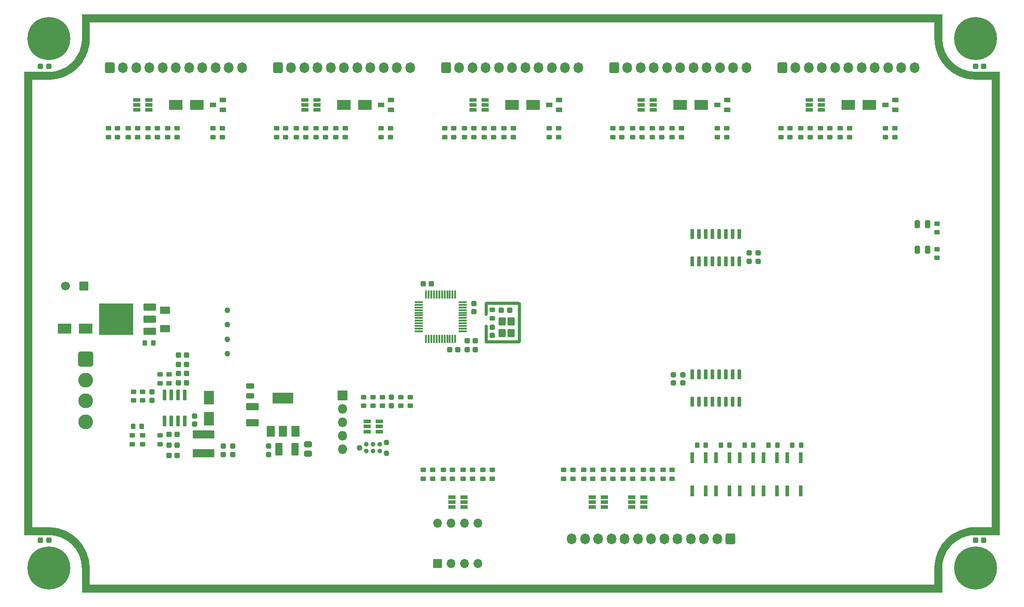
<source format=gbr>
%TF.GenerationSoftware,KiCad,Pcbnew,7.0.5-7.0.5~ubuntu22.04.1*%
%TF.CreationDate,2023-06-16T02:28:55+02:00*%
%TF.ProjectId,bd845-pwb,62643834-352d-4707-9762-2e6b69636164,1.0.0*%
%TF.SameCoordinates,Original*%
%TF.FileFunction,Soldermask,Top*%
%TF.FilePolarity,Negative*%
%FSLAX46Y46*%
G04 Gerber Fmt 4.6, Leading zero omitted, Abs format (unit mm)*
G04 Created by KiCad (PCBNEW 7.0.5-7.0.5~ubuntu22.04.1) date 2023-06-16 02:28:55*
%MOMM*%
%LPD*%
G01*
G04 APERTURE LIST*
G04 Aperture macros list*
%AMRoundRect*
0 Rectangle with rounded corners*
0 $1 Rounding radius*
0 $2 $3 $4 $5 $6 $7 $8 $9 X,Y pos of 4 corners*
0 Add a 4 corners polygon primitive as box body*
4,1,4,$2,$3,$4,$5,$6,$7,$8,$9,$2,$3,0*
0 Add four circle primitives for the rounded corners*
1,1,$1+$1,$2,$3*
1,1,$1+$1,$4,$5*
1,1,$1+$1,$6,$7*
1,1,$1+$1,$8,$9*
0 Add four rect primitives between the rounded corners*
20,1,$1+$1,$2,$3,$4,$5,0*
20,1,$1+$1,$4,$5,$6,$7,0*
20,1,$1+$1,$6,$7,$8,$9,0*
20,1,$1+$1,$8,$9,$2,$3,0*%
G04 Aperture macros list end*
%ADD10C,0.300000*%
%ADD11C,0.000000*%
%ADD12RoundRect,0.250000X-0.275000X0.200000X-0.275000X-0.200000X0.275000X-0.200000X0.275000X0.200000X0*%
%ADD13RoundRect,0.275000X0.250000X-0.225000X0.250000X0.225000X-0.250000X0.225000X-0.250000X-0.225000X0*%
%ADD14RoundRect,0.250000X0.275000X-0.200000X0.275000X0.200000X-0.275000X0.200000X-0.275000X-0.200000X0*%
%ADD15RoundRect,0.200000X0.512500X0.150000X-0.512500X0.150000X-0.512500X-0.150000X0.512500X-0.150000X0*%
%ADD16RoundRect,0.050000X-0.320000X1.000000X-0.320000X-1.000000X0.320000X-1.000000X0.320000X1.000000X0*%
%ADD17RoundRect,0.275000X-0.225000X-0.250000X0.225000X-0.250000X0.225000X0.250000X-0.225000X0.250000X0*%
%ADD18C,1.090600*%
%ADD19C,0.887400*%
%ADD20RoundRect,0.293750X-0.456250X0.243750X-0.456250X-0.243750X0.456250X-0.243750X0.456250X0.243750X0*%
%ADD21RoundRect,0.250000X0.200000X0.275000X-0.200000X0.275000X-0.200000X-0.275000X0.200000X-0.275000X0*%
%ADD22RoundRect,0.050000X0.800000X-0.800000X0.800000X0.800000X-0.800000X0.800000X-0.800000X-0.800000X0*%
%ADD23O,1.700000X1.700000*%
%ADD24C,1.000000*%
%ADD25C,8.100000*%
%ADD26RoundRect,0.275000X-0.250000X0.225000X-0.250000X-0.225000X0.250000X-0.225000X0.250000X0.225000X0*%
%ADD27RoundRect,0.125000X0.662500X0.075000X-0.662500X0.075000X-0.662500X-0.075000X0.662500X-0.075000X0*%
%ADD28RoundRect,0.125000X0.075000X0.662500X-0.075000X0.662500X-0.075000X-0.662500X0.075000X-0.662500X0*%
%ADD29RoundRect,0.050000X-0.850000X-0.850000X0.850000X-0.850000X0.850000X0.850000X-0.850000X0.850000X0*%
%ADD30O,1.800000X1.800000*%
%ADD31RoundRect,0.200000X-0.150000X0.825000X-0.150000X-0.825000X0.150000X-0.825000X0.150000X0.825000X0*%
%ADD32RoundRect,0.050000X-1.250000X-0.900000X1.250000X-0.900000X1.250000X0.900000X-1.250000X0.900000X0*%
%ADD33RoundRect,0.275000X0.225000X0.250000X-0.225000X0.250000X-0.225000X-0.250000X0.225000X-0.250000X0*%
%ADD34RoundRect,0.293750X0.243750X0.456250X-0.243750X0.456250X-0.243750X-0.456250X0.243750X-0.456250X0*%
%ADD35RoundRect,0.050000X0.900000X-1.250000X0.900000X1.250000X-0.900000X1.250000X-0.900000X-1.250000X0*%
%ADD36RoundRect,0.200000X-0.512500X-0.150000X0.512500X-0.150000X0.512500X0.150000X-0.512500X0.150000X0*%
%ADD37RoundRect,0.300001X-1.099999X1.099999X-1.099999X-1.099999X1.099999X-1.099999X1.099999X1.099999X0*%
%ADD38C,2.800000*%
%ADD39C,1.100000*%
%ADD40RoundRect,0.300000X0.412500X0.925000X-0.412500X0.925000X-0.412500X-0.925000X0.412500X-0.925000X0*%
%ADD41RoundRect,0.300000X-0.600000X-0.725000X0.600000X-0.725000X0.600000X0.725000X-0.600000X0.725000X0*%
%ADD42O,1.800000X2.050000*%
%ADD43RoundRect,0.050000X-0.850000X0.650000X-0.850000X-0.650000X0.850000X-0.650000X0.850000X0.650000X0*%
%ADD44RoundRect,0.050000X0.750000X-1.000000X0.750000X1.000000X-0.750000X1.000000X-0.750000X-1.000000X0*%
%ADD45RoundRect,0.050000X1.900000X-1.000000X1.900000X1.000000X-1.900000X1.000000X-1.900000X-1.000000X0*%
%ADD46RoundRect,0.050000X0.550000X0.400000X-0.550000X0.400000X-0.550000X-0.400000X0.550000X-0.400000X0*%
%ADD47RoundRect,0.250000X-0.200000X-0.275000X0.200000X-0.275000X0.200000X0.275000X-0.200000X0.275000X0*%
%ADD48RoundRect,0.200000X-0.150000X0.725000X-0.150000X-0.725000X0.150000X-0.725000X0.150000X0.725000X0*%
%ADD49RoundRect,0.050000X0.600000X-0.700000X0.600000X0.700000X-0.600000X0.700000X-0.600000X-0.700000X0*%
%ADD50RoundRect,0.050000X0.800000X0.800000X-0.800000X0.800000X-0.800000X-0.800000X0.800000X-0.800000X0*%
%ADD51C,1.700000*%
%ADD52RoundRect,0.300000X-0.925000X0.412500X-0.925000X-0.412500X0.925000X-0.412500X0.925000X0.412500X0*%
%ADD53RoundRect,0.050000X1.100000X0.600000X-1.100000X0.600000X-1.100000X-0.600000X1.100000X-0.600000X0*%
%ADD54RoundRect,0.050000X3.200000X2.900000X-3.200000X2.900000X-3.200000X-2.900000X3.200000X-2.900000X0*%
%ADD55RoundRect,0.300000X0.600000X0.725000X-0.600000X0.725000X-0.600000X-0.725000X0.600000X-0.725000X0*%
%ADD56RoundRect,0.050000X-2.000000X0.750000X-2.000000X-0.750000X2.000000X-0.750000X2.000000X0.750000X0*%
%ADD57RoundRect,0.300000X0.450000X-0.262500X0.450000X0.262500X-0.450000X0.262500X-0.450000X-0.262500X0*%
%ADD58RoundRect,0.200000X0.150000X-0.725000X0.150000X0.725000X-0.150000X0.725000X-0.150000X-0.725000X0*%
G04 APERTURE END LIST*
G36*
X141575000Y-102950000D02*
G01*
X147875000Y-102950000D01*
X147875000Y-103550000D01*
X141575000Y-103550000D01*
X141575000Y-102950000D01*
G37*
G36*
X141300000Y-100237300D02*
G01*
X141900000Y-100237300D01*
X141900000Y-103262700D01*
X141300000Y-103262700D01*
X141300000Y-100237300D01*
G37*
D10*
X148000000Y-96000000D02*
G75*
G03*
X148000000Y-96000000I-150000J0D01*
G01*
D11*
G36*
X227750000Y-46000000D02*
G01*
X227750000Y-46000000D01*
G75*
G03*
X234000000Y-52250000I6250000J0D01*
G01*
X238600000Y-52250000D01*
X238600000Y-53750000D01*
X234000000Y-53750000D01*
G75*
G02*
X226250000Y-46000000I0J7750000D01*
G01*
X226250000Y-41400000D01*
X227750000Y-41400000D01*
X227750000Y-46000000D01*
G37*
G36*
X226250000Y-42900000D02*
G01*
X66750000Y-42900000D01*
X66750000Y-41400000D01*
X226250000Y-41400000D01*
X226250000Y-42900000D01*
G37*
G36*
X226250000Y-150600000D02*
G01*
X66750000Y-150600000D01*
X66750000Y-149100000D01*
X226250000Y-149100000D01*
X226250000Y-150600000D01*
G37*
G36*
X238600000Y-138250000D02*
G01*
X237100000Y-138250000D01*
X237100000Y-53750000D01*
X238600000Y-53750000D01*
X238600000Y-138250000D01*
G37*
D10*
X141750000Y-96000000D02*
G75*
G03*
X141750000Y-96000000I-150000J0D01*
G01*
D11*
G36*
X55900000Y-138250000D02*
G01*
X54400000Y-138250000D01*
X54400000Y-53750000D01*
X55900000Y-53750000D01*
X55900000Y-138250000D01*
G37*
G36*
X141300000Y-96000000D02*
G01*
X141900000Y-96000000D01*
X141900000Y-98050000D01*
X141300000Y-98050000D01*
X141300000Y-96000000D01*
G37*
G36*
X141575000Y-95700000D02*
G01*
X147875000Y-95700000D01*
X147875000Y-96300000D01*
X141575000Y-96300000D01*
X141575000Y-95700000D01*
G37*
D10*
X141750000Y-103250000D02*
G75*
G03*
X141750000Y-103250000I-150000J0D01*
G01*
D11*
G36*
X59000000Y-138250000D02*
G01*
X59000000Y-138250000D01*
G75*
G02*
X66750000Y-146000000I0J-7750000D01*
G01*
X66750000Y-150600000D01*
X65250000Y-150600000D01*
X65250000Y-146000000D01*
G75*
G03*
X59000000Y-139750000I-6250000J0D01*
G01*
X54400000Y-139750000D01*
X54400000Y-138250000D01*
X59000000Y-138250000D01*
G37*
D10*
X148000000Y-103250000D02*
G75*
G03*
X148000000Y-103250000I-150000J0D01*
G01*
X141750000Y-100250000D02*
G75*
G03*
X141750000Y-100250000I-150000J0D01*
G01*
D11*
G36*
X238600000Y-139750000D02*
G01*
X234000000Y-139750000D01*
X233754532Y-139752409D01*
X233265108Y-139790928D01*
X232780215Y-139867727D01*
X232302843Y-139982335D01*
X231835934Y-140134042D01*
X231382367Y-140321916D01*
X230944939Y-140544797D01*
X230526347Y-140801311D01*
X230129170Y-141089876D01*
X229755859Y-141408714D01*
X229408714Y-141755859D01*
X229089876Y-142129170D01*
X228801311Y-142526347D01*
X228544797Y-142944939D01*
X228321916Y-143382367D01*
X228134042Y-143835934D01*
X227982335Y-144302843D01*
X227867727Y-144780215D01*
X227790928Y-145265108D01*
X227752409Y-145754532D01*
X227750000Y-146000000D01*
X227750000Y-150600000D01*
X226250000Y-150600000D01*
X226250000Y-146000000D01*
X226252412Y-145723294D01*
X226291891Y-145171293D01*
X226370650Y-144623514D01*
X226488286Y-144082749D01*
X226644200Y-143551755D01*
X226837598Y-143033236D01*
X227067493Y-142529835D01*
X227332715Y-142044117D01*
X227631912Y-141578557D01*
X227963559Y-141135528D01*
X228325967Y-140717288D01*
X228717288Y-140325967D01*
X229135528Y-139963559D01*
X229578557Y-139631912D01*
X230044117Y-139332715D01*
X230529835Y-139067493D01*
X231033236Y-138837598D01*
X231551755Y-138644200D01*
X232082749Y-138488286D01*
X232623514Y-138370650D01*
X233171293Y-138291891D01*
X233723294Y-138252412D01*
X234000000Y-138250000D01*
X238600000Y-138250000D01*
X238600000Y-139750000D01*
G37*
G36*
X147550000Y-95974600D02*
G01*
X148150000Y-95974600D01*
X148150000Y-103250000D01*
X147550000Y-103250000D01*
X147550000Y-95974600D01*
G37*
D10*
X141750000Y-98050000D02*
G75*
G03*
X141750000Y-98050000I-150000J0D01*
G01*
D11*
G36*
X66750000Y-46000000D02*
G01*
X66747588Y-46276706D01*
X66708109Y-46828707D01*
X66629350Y-47376486D01*
X66511714Y-47917251D01*
X66355800Y-48448245D01*
X66162402Y-48966764D01*
X65932507Y-49470165D01*
X65667285Y-49955883D01*
X65368088Y-50421443D01*
X65036441Y-50864472D01*
X64674033Y-51282712D01*
X64282712Y-51674033D01*
X63864472Y-52036441D01*
X63421443Y-52368088D01*
X62955883Y-52667285D01*
X62470165Y-52932507D01*
X61966764Y-53162402D01*
X61448245Y-53355800D01*
X60917251Y-53511714D01*
X60376486Y-53629350D01*
X59828707Y-53708109D01*
X59276706Y-53747588D01*
X59000000Y-53750000D01*
X54400000Y-53750000D01*
X54400000Y-52250000D01*
X59000000Y-52250000D01*
X59245468Y-52247591D01*
X59734892Y-52209072D01*
X60219785Y-52132273D01*
X60697157Y-52017665D01*
X61164066Y-51865958D01*
X61617633Y-51678084D01*
X62055061Y-51455203D01*
X62473653Y-51198689D01*
X62870830Y-50910124D01*
X63244141Y-50591286D01*
X63591286Y-50244141D01*
X63910124Y-49870830D01*
X64198689Y-49473653D01*
X64455203Y-49055061D01*
X64678084Y-48617633D01*
X64865958Y-48164066D01*
X65017665Y-47697157D01*
X65132273Y-47219785D01*
X65209072Y-46734892D01*
X65247591Y-46245468D01*
X65250000Y-46000000D01*
X65250000Y-41400000D01*
X66750000Y-41400000D01*
X66750000Y-46000000D01*
G37*
D12*
%TO.C,R204*%
X81750000Y-109425000D03*
X81750000Y-111075000D03*
%TD*%
D13*
%TO.C,C215*%
X93750000Y-124525000D03*
X93750000Y-122975000D03*
%TD*%
D14*
%TO.C,R507*%
X79500000Y-64575000D03*
X79500000Y-62925000D03*
%TD*%
D15*
%TO.C,U901*%
X204887500Y-59450000D03*
X204887500Y-58500000D03*
X204887500Y-57550000D03*
X202612500Y-57550000D03*
X202612500Y-58500000D03*
X202612500Y-59450000D03*
%TD*%
D16*
%TO.C,U405*%
X183020000Y-125100000D03*
X180480000Y-125100000D03*
X180480000Y-131400000D03*
X183020000Y-131400000D03*
%TD*%
D14*
%TO.C,R502*%
X74000000Y-64575000D03*
X74000000Y-62925000D03*
%TD*%
%TO.C,R417*%
X158000000Y-129075000D03*
X158000000Y-127425000D03*
%TD*%
D17*
%TO.C,C212*%
X81725000Y-124750000D03*
X83275000Y-124750000D03*
%TD*%
D18*
%TO.C,J301*%
X117710000Y-123250000D03*
X122790000Y-122234000D03*
X122790000Y-124266000D03*
D19*
X118980000Y-123885000D03*
X118980000Y-122615000D03*
X120250000Y-123885000D03*
X120250000Y-122615000D03*
X121520000Y-123885000D03*
X121520000Y-122615000D03*
%TD*%
D20*
%TO.C,F201*%
X97000000Y-111562500D03*
X97000000Y-113437500D03*
%TD*%
D14*
%TO.C,R407*%
X160000000Y-129075000D03*
X160000000Y-127425000D03*
%TD*%
D13*
%TO.C,C202*%
X100500000Y-124525000D03*
X100500000Y-122975000D03*
%TD*%
D12*
%TO.C,R510*%
X90000000Y-62925000D03*
X90000000Y-64575000D03*
%TD*%
%TO.C,R509*%
X91750000Y-62925000D03*
X91750000Y-64575000D03*
%TD*%
D14*
%TO.C,R104*%
X135250000Y-129075000D03*
X135250000Y-127425000D03*
%TD*%
D15*
%TO.C,U801*%
X173137500Y-59450000D03*
X173137500Y-58500000D03*
X173137500Y-57550000D03*
X170862500Y-57550000D03*
X170862500Y-58500000D03*
X170862500Y-59450000D03*
%TD*%
D21*
%TO.C,R209*%
X76575000Y-119250000D03*
X74925000Y-119250000D03*
%TD*%
D22*
%TO.C,SW101*%
X132430000Y-145100000D03*
D23*
X134970000Y-145100000D03*
X137510000Y-145100000D03*
X140050000Y-145100000D03*
X140050000Y-137480000D03*
X137510000Y-137480000D03*
X134970000Y-137480000D03*
X132430000Y-137480000D03*
%TD*%
D15*
%TO.C,U501*%
X77887500Y-59450000D03*
X77887500Y-58500000D03*
X77887500Y-57550000D03*
X75612500Y-57550000D03*
X75612500Y-58500000D03*
X75612500Y-59450000D03*
%TD*%
D24*
%TO.C,H103*%
X231000000Y-146000000D03*
X231878680Y-143878680D03*
X231878680Y-148121320D03*
X234000000Y-143000000D03*
D25*
X234000000Y-146000000D03*
D24*
X234000000Y-149000000D03*
X236121320Y-143878680D03*
X236121320Y-148121320D03*
X237000000Y-146000000D03*
%TD*%
D14*
%TO.C,R208*%
X76750000Y-122575000D03*
X76750000Y-120925000D03*
%TD*%
%TO.C,R508*%
X83250000Y-64575000D03*
X83250000Y-62925000D03*
%TD*%
%TO.C,R802*%
X169250000Y-64575000D03*
X169250000Y-62925000D03*
%TD*%
D26*
%TO.C,C209*%
X78500000Y-112725000D03*
X78500000Y-114275000D03*
%TD*%
D27*
%TO.C,U301*%
X137162500Y-101250000D03*
X137162500Y-100750000D03*
X137162500Y-100250000D03*
X137162500Y-99750000D03*
X137162500Y-99250000D03*
X137162500Y-98750000D03*
X137162500Y-98250000D03*
X137162500Y-97750000D03*
X137162500Y-97250000D03*
X137162500Y-96750000D03*
X137162500Y-96250000D03*
X137162500Y-95750000D03*
D28*
X135750000Y-94337500D03*
X135250000Y-94337500D03*
X134750000Y-94337500D03*
X134250000Y-94337500D03*
X133750000Y-94337500D03*
X133250000Y-94337500D03*
X132750000Y-94337500D03*
X132250000Y-94337500D03*
X131750000Y-94337500D03*
X131250000Y-94337500D03*
X130750000Y-94337500D03*
X130250000Y-94337500D03*
D27*
X128837500Y-95750000D03*
X128837500Y-96250000D03*
X128837500Y-96750000D03*
X128837500Y-97250000D03*
X128837500Y-97750000D03*
X128837500Y-98250000D03*
X128837500Y-98750000D03*
X128837500Y-99250000D03*
X128837500Y-99750000D03*
X128837500Y-100250000D03*
X128837500Y-100750000D03*
X128837500Y-101250000D03*
D28*
X130250000Y-102662500D03*
X130750000Y-102662500D03*
X131250000Y-102662500D03*
X131750000Y-102662500D03*
X132250000Y-102662500D03*
X132750000Y-102662500D03*
X133250000Y-102662500D03*
X133750000Y-102662500D03*
X134250000Y-102662500D03*
X134750000Y-102662500D03*
X135250000Y-102662500D03*
X135750000Y-102662500D03*
%TD*%
D14*
%TO.C,R503*%
X77750000Y-64575000D03*
X77750000Y-62925000D03*
%TD*%
D12*
%TO.C,R210*%
X74750000Y-120925000D03*
X74750000Y-122575000D03*
%TD*%
D14*
%TO.C,R303*%
X142750000Y-98825000D03*
X142750000Y-97175000D03*
%TD*%
D17*
%TO.C,C211*%
X81725000Y-122750000D03*
X83275000Y-122750000D03*
%TD*%
D29*
%TO.C,J302*%
X114500000Y-113380000D03*
D30*
X114500000Y-115920000D03*
X114500000Y-118460000D03*
X114500000Y-121000000D03*
X114500000Y-123540000D03*
%TD*%
D14*
%TO.C,R406*%
X156250000Y-129075000D03*
X156250000Y-127425000D03*
%TD*%
D17*
%TO.C,C306*%
X129725000Y-92250000D03*
X131275000Y-92250000D03*
%TD*%
D15*
%TO.C,U302*%
X121387500Y-120200000D03*
X121387500Y-119250000D03*
X121387500Y-118300000D03*
X119112500Y-118300000D03*
X119112500Y-119250000D03*
X119112500Y-120200000D03*
%TD*%
D26*
%TO.C,C301*%
X142750000Y-100475000D03*
X142750000Y-102025000D03*
%TD*%
D14*
%TO.C,R108*%
X133500000Y-129075000D03*
X133500000Y-127425000D03*
%TD*%
D31*
%TO.C,U202*%
X84655000Y-113275000D03*
X83385000Y-113275000D03*
X82115000Y-113275000D03*
X80845000Y-113275000D03*
X80845000Y-118225000D03*
X82115000Y-118225000D03*
X83385000Y-118225000D03*
X84655000Y-118225000D03*
%TD*%
D14*
%TO.C,R606*%
X107500000Y-64575000D03*
X107500000Y-62925000D03*
%TD*%
%TO.C,R608*%
X115000000Y-64575000D03*
X115000000Y-62925000D03*
%TD*%
D32*
%TO.C,D601*%
X114750000Y-58500000D03*
X118750000Y-58500000D03*
%TD*%
D33*
%TO.C,C102*%
X235550000Y-51250000D03*
X234000000Y-51250000D03*
%TD*%
D34*
%TO.C,D203*%
X224937500Y-81000000D03*
X223062500Y-81000000D03*
%TD*%
D14*
%TO.C,R102*%
X142750000Y-129075000D03*
X142750000Y-127425000D03*
%TD*%
D35*
%TO.C,D204*%
X89250000Y-117750000D03*
X89250000Y-113750000D03*
%TD*%
D36*
%TO.C,U406*%
X169112500Y-132550000D03*
X169112500Y-133500000D03*
X169112500Y-134450000D03*
X171387500Y-134450000D03*
X171387500Y-133500000D03*
X171387500Y-132550000D03*
%TD*%
D14*
%TO.C,R505*%
X72000000Y-64575000D03*
X72000000Y-62925000D03*
%TD*%
D37*
%TO.C,J101*%
X66000000Y-106500000D03*
D38*
X66000000Y-110460000D03*
X66000000Y-114420000D03*
X66000000Y-118380000D03*
%TD*%
D26*
%TO.C,C307*%
X139250000Y-95975000D03*
X139250000Y-97525000D03*
%TD*%
D39*
%TO.C,TP202*%
X92750000Y-105500000D03*
%TD*%
D15*
%TO.C,U601*%
X109637500Y-59450000D03*
X109637500Y-58500000D03*
X109637500Y-57550000D03*
X107362500Y-57550000D03*
X107362500Y-58500000D03*
X107362500Y-59450000D03*
%TD*%
D32*
%TO.C,D701*%
X146500000Y-58500000D03*
X150500000Y-58500000D03*
%TD*%
D40*
%TO.C,C203*%
X105537500Y-123500000D03*
X102462500Y-123500000D03*
%TD*%
D13*
%TO.C,C105*%
X191250000Y-88025000D03*
X191250000Y-86475000D03*
%TD*%
D14*
%TO.C,R411*%
X175000000Y-129075000D03*
X175000000Y-127425000D03*
%TD*%
D12*
%TO.C,R709*%
X155250000Y-62925000D03*
X155250000Y-64575000D03*
%TD*%
D17*
%TO.C,C303*%
X144475000Y-97250000D03*
X146025000Y-97250000D03*
%TD*%
D32*
%TO.C,D901*%
X210000000Y-58500000D03*
X214000000Y-58500000D03*
%TD*%
D26*
%TO.C,C302*%
X123750000Y-113725000D03*
X123750000Y-115275000D03*
%TD*%
D14*
%TO.C,R806*%
X171000000Y-64575000D03*
X171000000Y-62925000D03*
%TD*%
%TO.C,R908*%
X210250000Y-64575000D03*
X210250000Y-62925000D03*
%TD*%
D41*
%TO.C,J601*%
X102250000Y-51500000D03*
D42*
X104750000Y-51500000D03*
X107250000Y-51500000D03*
X109750000Y-51500000D03*
X112250000Y-51500000D03*
X114750000Y-51500000D03*
X117250000Y-51500000D03*
X119750000Y-51500000D03*
X122250000Y-51500000D03*
X124750000Y-51500000D03*
X127250000Y-51500000D03*
%TD*%
D43*
%TO.C,D202*%
X80925000Y-97250000D03*
X80925000Y-100750000D03*
%TD*%
D12*
%TO.C,R203*%
X75000000Y-112675000D03*
X75000000Y-114325000D03*
%TD*%
D14*
%TO.C,R708*%
X146750000Y-64575000D03*
X146750000Y-62925000D03*
%TD*%
%TO.C,R803*%
X173000000Y-64575000D03*
X173000000Y-62925000D03*
%TD*%
D44*
%TO.C,U201*%
X100950000Y-120150000D03*
X103250000Y-120150000D03*
D45*
X103250000Y-113850000D03*
D44*
X105550000Y-120150000D03*
%TD*%
D12*
%TO.C,R710*%
X153500000Y-62925000D03*
X153500000Y-64575000D03*
%TD*%
D14*
%TO.C,R415*%
X165500000Y-129075000D03*
X165500000Y-127425000D03*
%TD*%
%TO.C,R807*%
X174750000Y-64575000D03*
X174750000Y-62925000D03*
%TD*%
D17*
%TO.C,C101*%
X57450000Y-51250000D03*
X59000000Y-51250000D03*
%TD*%
D14*
%TO.C,R105*%
X131500000Y-129075000D03*
X131500000Y-127425000D03*
%TD*%
D15*
%TO.C,U701*%
X141387500Y-59450000D03*
X141387500Y-58500000D03*
X141387500Y-57550000D03*
X139112500Y-57550000D03*
X139112500Y-58500000D03*
X139112500Y-59450000D03*
%TD*%
D12*
%TO.C,R302*%
X127250000Y-113675000D03*
X127250000Y-115325000D03*
%TD*%
%TO.C,R910*%
X217000000Y-62925000D03*
X217000000Y-64575000D03*
%TD*%
D17*
%TO.C,C208*%
X83475000Y-111000000D03*
X85025000Y-111000000D03*
%TD*%
D46*
%TO.C,Q901*%
X218900000Y-59450000D03*
X218900000Y-57550000D03*
X217000000Y-58500000D03*
%TD*%
D41*
%TO.C,J901*%
X197500000Y-51500000D03*
D42*
X200000000Y-51500000D03*
X202500000Y-51500000D03*
X205000000Y-51500000D03*
X207500000Y-51500000D03*
X210000000Y-51500000D03*
X212500000Y-51500000D03*
X215000000Y-51500000D03*
X217500000Y-51500000D03*
X220000000Y-51500000D03*
X222500000Y-51500000D03*
%TD*%
D14*
%TO.C,R205*%
X80000000Y-111075000D03*
X80000000Y-109425000D03*
%TD*%
D26*
%TO.C,C213*%
X86500000Y-117225000D03*
X86500000Y-118775000D03*
%TD*%
D47*
%TO.C,R403*%
X190425000Y-122750000D03*
X192075000Y-122750000D03*
%TD*%
%TO.C,R402*%
X194925000Y-122750000D03*
X196575000Y-122750000D03*
%TD*%
D14*
%TO.C,R409*%
X167500000Y-129075000D03*
X167500000Y-127425000D03*
%TD*%
D47*
%TO.C,R405*%
X181425000Y-122750000D03*
X183075000Y-122750000D03*
%TD*%
D14*
%TO.C,R304*%
X122000000Y-115325000D03*
X122000000Y-113675000D03*
%TD*%
%TO.C,R416*%
X161750000Y-129075000D03*
X161750000Y-127425000D03*
%TD*%
D47*
%TO.C,R401*%
X199425000Y-122750000D03*
X201075000Y-122750000D03*
%TD*%
D48*
%TO.C,U101*%
X189445000Y-82925000D03*
X188175000Y-82925000D03*
X186905000Y-82925000D03*
X185635000Y-82925000D03*
X184365000Y-82925000D03*
X183095000Y-82925000D03*
X181825000Y-82925000D03*
X180555000Y-82925000D03*
X180555000Y-88075000D03*
X181825000Y-88075000D03*
X183095000Y-88075000D03*
X184365000Y-88075000D03*
X185635000Y-88075000D03*
X186905000Y-88075000D03*
X188175000Y-88075000D03*
X189445000Y-88075000D03*
%TD*%
D14*
%TO.C,R906*%
X202750000Y-64575000D03*
X202750000Y-62925000D03*
%TD*%
%TO.C,R601*%
X102000000Y-64575000D03*
X102000000Y-62925000D03*
%TD*%
D17*
%TO.C,C206*%
X83475000Y-107500000D03*
X85025000Y-107500000D03*
%TD*%
D12*
%TO.C,R909*%
X218750000Y-62925000D03*
X218750000Y-64575000D03*
%TD*%
%TO.C,R207*%
X80000000Y-120925000D03*
X80000000Y-122575000D03*
%TD*%
D14*
%TO.C,R301*%
X125500000Y-115325000D03*
X125500000Y-113675000D03*
%TD*%
D17*
%TO.C,C207*%
X83475000Y-109250000D03*
X85025000Y-109250000D03*
%TD*%
D14*
%TO.C,R701*%
X133750000Y-64575000D03*
X133750000Y-62925000D03*
%TD*%
D46*
%TO.C,Q701*%
X155400000Y-59450000D03*
X155400000Y-57550000D03*
X153500000Y-58500000D03*
%TD*%
D41*
%TO.C,J501*%
X70500000Y-51500000D03*
D42*
X73000000Y-51500000D03*
X75500000Y-51500000D03*
X78000000Y-51500000D03*
X80500000Y-51500000D03*
X83000000Y-51500000D03*
X85500000Y-51500000D03*
X88000000Y-51500000D03*
X90500000Y-51500000D03*
X93000000Y-51500000D03*
X95500000Y-51500000D03*
%TD*%
D49*
%TO.C,Y301*%
X146350000Y-101600000D03*
X146350000Y-99400000D03*
X144650000Y-99400000D03*
X144650000Y-101600000D03*
%TD*%
D32*
%TO.C,D501*%
X83000000Y-58500000D03*
X87000000Y-58500000D03*
%TD*%
D50*
%TO.C,C201*%
X65652651Y-92750000D03*
D51*
X62152651Y-92750000D03*
%TD*%
D34*
%TO.C,D101*%
X224937500Y-85825000D03*
X223062500Y-85825000D03*
%TD*%
D16*
%TO.C,U401*%
X201020000Y-125100000D03*
X198480000Y-125100000D03*
X198480000Y-131400000D03*
X201020000Y-131400000D03*
%TD*%
D14*
%TO.C,R603*%
X109500000Y-64575000D03*
X109500000Y-62925000D03*
%TD*%
%TO.C,R605*%
X103750000Y-64575000D03*
X103750000Y-62925000D03*
%TD*%
%TO.C,R702*%
X137500000Y-64575000D03*
X137500000Y-62925000D03*
%TD*%
D52*
%TO.C,C204*%
X97500000Y-115462500D03*
X97500000Y-118537500D03*
%TD*%
D14*
%TO.C,R103*%
X139000000Y-129075000D03*
X139000000Y-127425000D03*
%TD*%
D53*
%TO.C,Q201*%
X78050000Y-101280000D03*
X78050000Y-99000000D03*
D54*
X71750000Y-99000000D03*
D53*
X78050000Y-96720000D03*
%TD*%
D55*
%TO.C,J401*%
X187750000Y-140500000D03*
D42*
X185250000Y-140500000D03*
X182750000Y-140500000D03*
X180250000Y-140500000D03*
X177750000Y-140500000D03*
X175250000Y-140500000D03*
X172750000Y-140500000D03*
X170250000Y-140500000D03*
X167750000Y-140500000D03*
X165250000Y-140500000D03*
X162750000Y-140500000D03*
X160250000Y-140500000D03*
X157750000Y-140500000D03*
%TD*%
D17*
%TO.C,C104*%
X57450000Y-140750000D03*
X59000000Y-140750000D03*
%TD*%
D12*
%TO.C,R101*%
X226750000Y-85750000D03*
X226750000Y-87400000D03*
%TD*%
D39*
%TO.C,TP204*%
X92750000Y-100000000D03*
%TD*%
D21*
%TO.C,R201*%
X78750000Y-103500000D03*
X77100000Y-103500000D03*
%TD*%
D36*
%TO.C,U407*%
X161612500Y-132550000D03*
X161612500Y-133500000D03*
X161612500Y-134450000D03*
X163887500Y-134450000D03*
X163887500Y-133500000D03*
X163887500Y-132550000D03*
%TD*%
D14*
%TO.C,R801*%
X165500000Y-64575000D03*
X165500000Y-62925000D03*
%TD*%
%TO.C,R501*%
X70250000Y-64575000D03*
X70250000Y-62925000D03*
%TD*%
%TO.C,R109*%
X129750000Y-129075000D03*
X129750000Y-127425000D03*
%TD*%
%TO.C,R604*%
X113250000Y-64575000D03*
X113250000Y-62925000D03*
%TD*%
%TO.C,R305*%
X120250000Y-115325000D03*
X120250000Y-113675000D03*
%TD*%
%TO.C,R905*%
X199000000Y-64575000D03*
X199000000Y-62925000D03*
%TD*%
%TO.C,R901*%
X197250000Y-64575000D03*
X197250000Y-62925000D03*
%TD*%
D56*
%TO.C,L202*%
X88250000Y-120700000D03*
X88250000Y-124300000D03*
%TD*%
D14*
%TO.C,R804*%
X176750000Y-64575000D03*
X176750000Y-62925000D03*
%TD*%
D17*
%TO.C,C304*%
X137975000Y-104750000D03*
X139525000Y-104750000D03*
%TD*%
D14*
%TO.C,R704*%
X145000000Y-64575000D03*
X145000000Y-62925000D03*
%TD*%
%TO.C,R504*%
X81500000Y-64575000D03*
X81500000Y-62925000D03*
%TD*%
D41*
%TO.C,J701*%
X134000000Y-51500000D03*
D42*
X136500000Y-51500000D03*
X139000000Y-51500000D03*
X141500000Y-51500000D03*
X144000000Y-51500000D03*
X146500000Y-51500000D03*
X149000000Y-51500000D03*
X151500000Y-51500000D03*
X154000000Y-51500000D03*
X156500000Y-51500000D03*
X159000000Y-51500000D03*
%TD*%
D12*
%TO.C,R810*%
X185250000Y-62925000D03*
X185250000Y-64575000D03*
%TD*%
D41*
%TO.C,J801*%
X165750000Y-51500000D03*
D42*
X168250000Y-51500000D03*
X170750000Y-51500000D03*
X173250000Y-51500000D03*
X175750000Y-51500000D03*
X178250000Y-51500000D03*
X180750000Y-51500000D03*
X183250000Y-51500000D03*
X185750000Y-51500000D03*
X188250000Y-51500000D03*
X190750000Y-51500000D03*
%TD*%
D24*
%TO.C,H101*%
X56000000Y-46000000D03*
X56878680Y-43878680D03*
X56878680Y-48121320D03*
X59000000Y-43000000D03*
D25*
X59000000Y-46000000D03*
D24*
X59000000Y-49000000D03*
X61121320Y-43878680D03*
X61121320Y-48121320D03*
X62000000Y-46000000D03*
%TD*%
D46*
%TO.C,Q501*%
X91900000Y-59450000D03*
X91900000Y-57550000D03*
X90000000Y-58500000D03*
%TD*%
D14*
%TO.C,R907*%
X206500000Y-64575000D03*
X206500000Y-62925000D03*
%TD*%
D17*
%TO.C,C308*%
X137975000Y-103000000D03*
X139525000Y-103000000D03*
%TD*%
%TO.C,C210*%
X81725000Y-120750000D03*
X83275000Y-120750000D03*
%TD*%
D12*
%TO.C,R809*%
X187000000Y-62925000D03*
X187000000Y-64575000D03*
%TD*%
D14*
%TO.C,R506*%
X75750000Y-64575000D03*
X75750000Y-62925000D03*
%TD*%
%TO.C,R706*%
X139250000Y-64575000D03*
X139250000Y-62925000D03*
%TD*%
D26*
%TO.C,C107*%
X177000000Y-109475000D03*
X177000000Y-111025000D03*
%TD*%
D14*
%TO.C,R414*%
X169250000Y-129075000D03*
X169250000Y-127425000D03*
%TD*%
D32*
%TO.C,D201*%
X62000000Y-100750000D03*
X66000000Y-100750000D03*
%TD*%
D14*
%TO.C,R306*%
X118500000Y-115325000D03*
X118500000Y-113675000D03*
%TD*%
%TO.C,R904*%
X208500000Y-64575000D03*
X208500000Y-62925000D03*
%TD*%
%TO.C,R903*%
X204750000Y-64575000D03*
X204750000Y-62925000D03*
%TD*%
D47*
%TO.C,R404*%
X185925000Y-122750000D03*
X187575000Y-122750000D03*
%TD*%
D24*
%TO.C,H104*%
X56000000Y-146000000D03*
X56878680Y-143878680D03*
X56878680Y-148121320D03*
X59000000Y-143000000D03*
D25*
X59000000Y-146000000D03*
D24*
X59000000Y-149000000D03*
X61121320Y-143878680D03*
X61121320Y-148121320D03*
X62000000Y-146000000D03*
%TD*%
D12*
%TO.C,R206*%
X76750000Y-112675000D03*
X76750000Y-114325000D03*
%TD*%
D14*
%TO.C,R705*%
X135500000Y-64575000D03*
X135500000Y-62925000D03*
%TD*%
D46*
%TO.C,Q801*%
X187150000Y-59450000D03*
X187150000Y-57550000D03*
X185250000Y-58500000D03*
%TD*%
D14*
%TO.C,R202*%
X226750000Y-82575000D03*
X226750000Y-80925000D03*
%TD*%
%TO.C,R410*%
X171250000Y-129075000D03*
X171250000Y-127425000D03*
%TD*%
D16*
%TO.C,U404*%
X187520000Y-125100000D03*
X184980000Y-125100000D03*
X184980000Y-131400000D03*
X187520000Y-131400000D03*
%TD*%
D14*
%TO.C,R408*%
X163750000Y-129075000D03*
X163750000Y-127425000D03*
%TD*%
D16*
%TO.C,U402*%
X196520000Y-125100000D03*
X193980000Y-125100000D03*
X193980000Y-131400000D03*
X196520000Y-131400000D03*
%TD*%
D13*
%TO.C,C106*%
X193000000Y-88025000D03*
X193000000Y-86475000D03*
%TD*%
D14*
%TO.C,R602*%
X105750000Y-64575000D03*
X105750000Y-62925000D03*
%TD*%
%TO.C,R412*%
X176750000Y-129075000D03*
X176750000Y-127425000D03*
%TD*%
D16*
%TO.C,U403*%
X192020000Y-125100000D03*
X189480000Y-125100000D03*
X189480000Y-131400000D03*
X192020000Y-131400000D03*
%TD*%
D14*
%TO.C,R607*%
X111250000Y-64575000D03*
X111250000Y-62925000D03*
%TD*%
%TO.C,R805*%
X167250000Y-64575000D03*
X167250000Y-62925000D03*
%TD*%
D12*
%TO.C,R609*%
X123500000Y-62925000D03*
X123500000Y-64575000D03*
%TD*%
D14*
%TO.C,R703*%
X141250000Y-64575000D03*
X141250000Y-62925000D03*
%TD*%
%TO.C,R707*%
X143000000Y-64575000D03*
X143000000Y-62925000D03*
%TD*%
%TO.C,R107*%
X137250000Y-129075000D03*
X137250000Y-127425000D03*
%TD*%
D46*
%TO.C,Q601*%
X123650000Y-59450000D03*
X123650000Y-57550000D03*
X121750000Y-58500000D03*
%TD*%
D14*
%TO.C,R808*%
X178500000Y-64575000D03*
X178500000Y-62925000D03*
%TD*%
D26*
%TO.C,C108*%
X178750000Y-109475000D03*
X178750000Y-111025000D03*
%TD*%
D57*
%TO.C,L201*%
X108000000Y-124412500D03*
X108000000Y-122587500D03*
%TD*%
D13*
%TO.C,C214*%
X92000000Y-124525000D03*
X92000000Y-122975000D03*
%TD*%
D14*
%TO.C,R902*%
X201000000Y-64575000D03*
X201000000Y-62925000D03*
%TD*%
D33*
%TO.C,C103*%
X235550000Y-140750000D03*
X234000000Y-140750000D03*
%TD*%
D24*
%TO.C,H102*%
X231000000Y-46000000D03*
X231878680Y-43878680D03*
X231878680Y-48121320D03*
X234000000Y-43000000D03*
D25*
X234000000Y-46000000D03*
D24*
X234000000Y-49000000D03*
X236121320Y-43878680D03*
X236121320Y-48121320D03*
X237000000Y-46000000D03*
%TD*%
D12*
%TO.C,R610*%
X121750000Y-62925000D03*
X121750000Y-64575000D03*
%TD*%
D33*
%TO.C,C305*%
X136275000Y-104750000D03*
X134725000Y-104750000D03*
%TD*%
D36*
%TO.C,U103*%
X135112500Y-132550000D03*
X135112500Y-133500000D03*
X135112500Y-134450000D03*
X137387500Y-134450000D03*
X137387500Y-133500000D03*
X137387500Y-132550000D03*
%TD*%
D39*
%TO.C,TP203*%
X92750000Y-102750000D03*
%TD*%
D32*
%TO.C,D801*%
X178250000Y-58500000D03*
X182250000Y-58500000D03*
%TD*%
D58*
%TO.C,U102*%
X180555000Y-114575000D03*
X181825000Y-114575000D03*
X183095000Y-114575000D03*
X184365000Y-114575000D03*
X185635000Y-114575000D03*
X186905000Y-114575000D03*
X188175000Y-114575000D03*
X189445000Y-114575000D03*
X189445000Y-109425000D03*
X188175000Y-109425000D03*
X186905000Y-109425000D03*
X185635000Y-109425000D03*
X184365000Y-109425000D03*
X183095000Y-109425000D03*
X181825000Y-109425000D03*
X180555000Y-109425000D03*
%TD*%
D14*
%TO.C,R106*%
X141000000Y-129075000D03*
X141000000Y-127425000D03*
%TD*%
D39*
%TO.C,TP201*%
X92750000Y-97250000D03*
%TD*%
D14*
%TO.C,R413*%
X173000000Y-129075000D03*
X173000000Y-127425000D03*
%TD*%
D17*
%TO.C,C205*%
X83475000Y-105750000D03*
X85025000Y-105750000D03*
%TD*%
M02*

</source>
